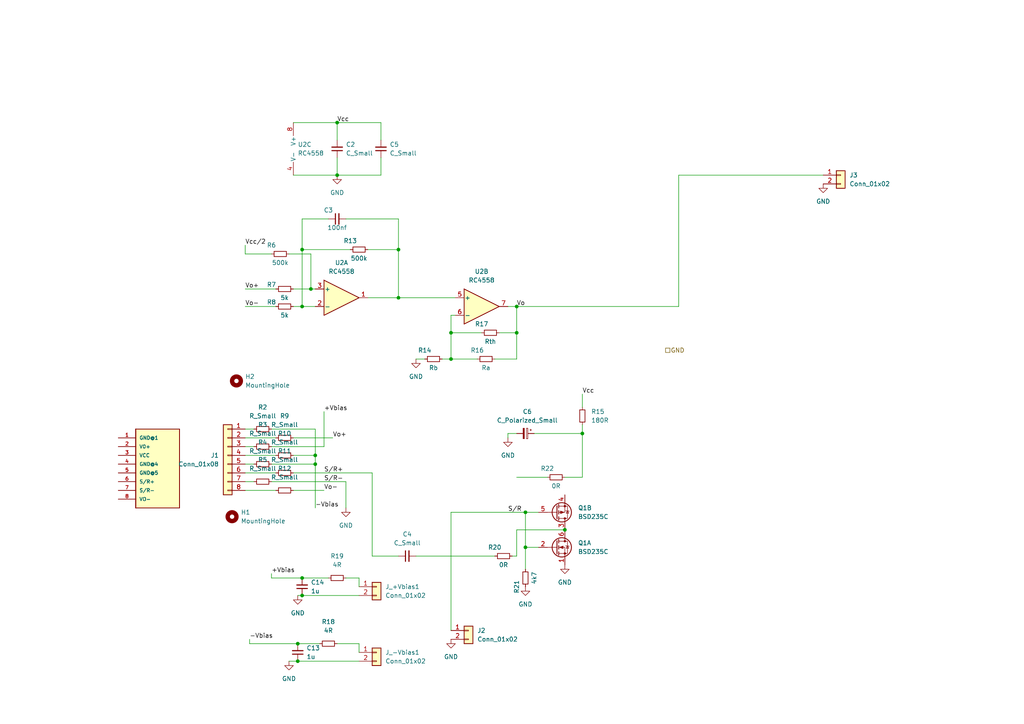
<source format=kicad_sch>
(kicad_sch (version 20211123) (generator eeschema)
  (paper "A4")
  (lib_symbols
    (symbol "Amplifier_Operational:RC4558" (pin_names (offset 0.127))
      (property "Reference" "U" (at 0 5.08 0))
      (property "Value" "RC4558" (at 0 -5.08 0))
      (symbol "RC4558_1_1"
        (polyline (pts (xy -5.08 5.08) (xy 5.08 0) (xy -5.08 -5.08) (xy -5.08 5.08)) (stroke (width 0.254)) (fill (type background)))
        (pin output line (at 7.62 0 180) (length 2.54) (name "~") (number "1"))
        (pin input line (at -7.62 -2.54 0) (length 2.54) (name "-") (number "2"))
        (pin input line (at -7.62 2.54 0) (length 2.54) (name "+") (number "3"))
      )
      (symbol "RC4558_2_1"
        (polyline (pts (xy -5.08 5.08) (xy 5.08 0) (xy -5.08 -5.08) (xy -5.08 5.08)) (stroke (width 0.254)) (fill (type background)))
        (pin input line (at -7.62 2.54 0) (length 2.54) (name "+") (number "5"))
        (pin input line (at -7.62 -2.54 0) (length 2.54) (name "-") (number "6"))
        (pin output line (at 7.62 0 180) (length 2.54) (name "~") (number "7"))
      )
      (symbol "RC4558_3_1"
        (pin power_in line (at -2.54 -7.62 90) (length 3.81) (name "V-") (number "4"))
        (pin power_in line (at -2.54 7.62 270) (length 3.81) (name "V+") (number "8"))
      )
    )
    (symbol "Connector_Generic:Conn_01x02" (pin_names (offset 1.016) hide)
      (property "Reference" "J" (at 0 2.54 0))
      (property "Value" "Conn_01x02" (at 0 -5.08 0))
      (symbol "Conn_01x02_1_1"
        (rectangle (start -1.27 -2.413) (end 0 -2.667) (stroke (width 0.1524)))
        (rectangle (start -1.27 0.127) (end 0 -0.127) (stroke (width 0.1524)))
        (rectangle (start -1.27 1.27) (end 1.27 -3.81) (stroke (width 0.254)) (fill (type background)))
        (pin passive line (at -5.08 0 0) (length 3.81) (name "Pin_1") (number "1"))
        (pin passive line (at -5.08 -2.54 0) (length 3.81) (name "Pin_2") (number "2"))
      )
    )
    (symbol "Connector_Generic:Conn_01x08" (pin_names (offset 1.016) hide)
      (property "Reference" "J" (at 0 10.16 0))
      (property "Value" "Conn_01x08" (at 0 -12.7 0))
      (symbol "Conn_01x08_1_1"
        (rectangle (start -1.27 -10.033) (end 0 -10.287) (stroke (width 0.1524)))
        (rectangle (start -1.27 -7.493) (end 0 -7.747) (stroke (width 0.1524)))
        (rectangle (start -1.27 -4.953) (end 0 -5.207) (stroke (width 0.1524)))
        (rectangle (start -1.27 -2.413) (end 0 -2.667) (stroke (width 0.1524)))
        (rectangle (start -1.27 0.127) (end 0 -0.127) (stroke (width 0.1524)))
        (rectangle (start -1.27 2.667) (end 0 2.413) (stroke (width 0.1524)))
        (rectangle (start -1.27 5.207) (end 0 4.953) (stroke (width 0.1524)))
        (rectangle (start -1.27 7.747) (end 0 7.493) (stroke (width 0.1524)))
        (rectangle (start -1.27 8.89) (end 1.27 -11.43) (stroke (width 0.254)) (fill (type background)))
        (pin passive line (at -5.08 7.62 0) (length 3.81) (name "Pin_1") (number "1"))
        (pin passive line (at -5.08 5.08 0) (length 3.81) (name "Pin_2") (number "2"))
        (pin passive line (at -5.08 2.54 0) (length 3.81) (name "Pin_3") (number "3"))
        (pin passive line (at -5.08 0 0) (length 3.81) (name "Pin_4") (number "4"))
        (pin passive line (at -5.08 -2.54 0) (length 3.81) (name "Pin_5") (number "5"))
        (pin passive line (at -5.08 -5.08 0) (length 3.81) (name "Pin_6") (number "6"))
        (pin passive line (at -5.08 -7.62 0) (length 3.81) (name "Pin_7") (number "7"))
        (pin passive line (at -5.08 -10.16 0) (length 3.81) (name "Pin_8") (number "8"))
      )
    )
    (symbol "Device:C_Polarized_Small" (pin_numbers hide) (pin_names (offset 0.254) hide)
      (property "Reference" "C" (at 0.254 1.778 0))
      (property "Value" "C_Polarized_Small" (at 0.254 -2.032 0))
      (symbol "C_Polarized_Small_0_1"
        (rectangle (start -1.524 -0.3048) (end 1.524 -0.6858) (fill (type outline)))
        (rectangle (start -1.524 0.6858) (end 1.524 0.3048))
        (polyline (pts (xy -1.27 1.524) (xy -0.762 1.524)))
        (polyline (pts (xy -1.016 1.27) (xy -1.016 1.778)))
      )
      (symbol "C_Polarized_Small_1_1"
        (pin passive line (at 0 2.54 270) (length 1.8542) (name "~") (number "1"))
        (pin passive line (at 0 -2.54 90) (length 1.8542) (name "~") (number "2"))
      )
    )
    (symbol "Device:C_Small" (pin_numbers hide) (pin_names (offset 0.254) hide)
      (property "Reference" "C" (at 0.254 1.778 0))
      (property "Value" "C_Small" (at 0.254 -2.032 0))
      (symbol "C_Small_0_1"
        (polyline (pts (xy -1.524 -0.508) (xy 1.524 -0.508)) (stroke (width 0.3302)))
        (polyline (pts (xy -1.524 0.508) (xy 1.524 0.508)) (stroke (width 0.3048)))
      )
      (symbol "C_Small_1_1"
        (pin passive line (at 0 2.54 270) (length 2.032) (name "~") (number "1"))
        (pin passive line (at 0 -2.54 90) (length 2.032) (name "~") (number "2"))
      )
    )
    (symbol "Device:R_Small" (pin_numbers hide) (pin_names (offset 0.254) hide)
      (property "Reference" "R" (at 0.762 0.508 0))
      (property "Value" "R_Small" (at 0.762 -1.016 0))
      (symbol "R_Small_0_1"
        (rectangle (start -0.762 1.778) (end 0.762 -1.778) (stroke (width 0.2032)))
      )
      (symbol "R_Small_1_1"
        (pin passive line (at 0 2.54 270) (length 0.762) (name "~") (number "1"))
        (pin passive line (at 0 -2.54 90) (length 0.762) (name "~") (number "2"))
      )
    )
    (symbol "Mechanical:MountingHole" (pin_names (offset 1.016))
      (property "Reference" "H" (at 0 5.08 0))
      (property "Value" "MountingHole" (at 0 3.175 0))
      (symbol "MountingHole_0_1"
        (circle (center 0 0) (radius 1.27) (stroke (width 1.27)))
      )
    )
    (symbol "MyLib:HMC1051Z" (pin_names (offset 1.016))
      (symbol "HMC1051Z_0_0"
        (rectangle (start 0 -7.62) (end 12.7 15.24) (stroke (width 0.254)) (fill (type background)))
        (polyline (pts (xy 0 15.24) (xy 0 -7.62)) (stroke (width 0.254)))
        (pin bidirectional line (at -5.08 12.7 0) (length 5.08) (name "GND@1") (number "1"))
        (pin bidirectional line (at -5.08 10.16 0) (length 5.08) (name "V0+") (number "2"))
        (pin bidirectional line (at -5.08 7.62 0) (length 5.08) (name "VCC") (number "3"))
        (pin bidirectional line (at -5.08 5.08 0) (length 5.08) (name "GND@4") (number "4"))
        (pin bidirectional line (at -5.08 2.54 0) (length 5.08) (name "GND@5") (number "5"))
        (pin bidirectional line (at -5.08 0 0) (length 5.08) (name "S/R+") (number "6"))
        (pin bidirectional line (at -5.08 -2.54 0) (length 5.08) (name "S/R-") (number "7"))
        (pin bidirectional line (at -5.08 -5.08 0) (length 5.08) (name "VO-") (number "8"))
      )
    )
    (symbol "Transistor_FET:BSD235C" (pin_names hide)
      (property "Reference" "Q" (at 5.08 2.54 0))
      (property "Value" "BSD235C" (at 5.08 0 0))
      (symbol "BSD235C_1_1"
        (polyline (pts (xy 0.254 -1.905) (xy 0.254 1.905)) (stroke (width 0.254)))
        (polyline (pts (xy 0.254 0) (xy -2.54 0)))
        (polyline (pts (xy 0.762 -2.286) (xy 0.762 -1.27)) (stroke (width 0.254)))
        (polyline (pts (xy 0.762 -0.508) (xy 0.762 0.508)) (stroke (width 0.254)))
        (polyline (pts (xy 0.762 1.27) (xy 0.762 2.286)) (stroke (width 0.254)))
        (polyline (pts (xy 2.54 1.905) (xy 2.54 2.54)))
        (polyline (pts (xy 2.54 -2.54) (xy 2.54 0) (xy 0.762 0)))
        (polyline (pts (xy 0.762 1.778) (xy 3.302 1.778) (xy 3.302 -1.778) (xy 0.762 -1.778)))
        (polyline (pts (xy 1.016 0) (xy 2.032 -0.381) (xy 2.032 0.381) (xy 1.016 0)) (fill (type outline)))
        (polyline (pts (xy 2.794 0.508) (xy 2.921 0.381) (xy 3.683 0.381) (xy 3.81 0.254)))
        (polyline (pts (xy 3.302 0.381) (xy 2.921 -0.254) (xy 3.683 -0.254) (xy 3.302 0.381)))
        (circle (center 1.651 0) (radius 2.794) (stroke (width 0.254)))
        (circle (center 2.54 -1.778) (radius 0.254) (fill (type outline)))
        (circle (center 2.54 1.778) (radius 0.254) (fill (type outline)))
        (pin passive line (at 2.54 -5.08 90) (length 2.54) (name "SN") (number "1"))
        (pin input line (at -5.08 0 0) (length 2.54) (name "GN") (number "2"))
        (pin passive line (at 2.54 5.08 270) (length 2.54) (name "DN") (number "6"))
      )
      (symbol "BSD235C_2_1"
        (polyline (pts (xy 0.254 0) (xy -2.54 0)))
        (polyline (pts (xy 0.254 1.905) (xy 0.254 -1.905)) (stroke (width 0.254)))
        (polyline (pts (xy 0.762 -1.27) (xy 0.762 -2.286)) (stroke (width 0.254)))
        (polyline (pts (xy 0.762 0.508) (xy 0.762 -0.508)) (stroke (width 0.254)))
        (polyline (pts (xy 0.762 2.286) (xy 0.762 1.27)) (stroke (width 0.254)))
        (polyline (pts (xy 2.54 -1.905) (xy 2.54 -2.54)))
        (polyline (pts (xy 2.54 2.54) (xy 2.54 0) (xy 0.762 0)))
        (polyline (pts (xy 0.762 -1.778) (xy 3.302 -1.778) (xy 3.302 1.778) (xy 0.762 1.778)))
        (polyline (pts (xy 2.286 0) (xy 1.27 -0.381) (xy 1.27 0.381) (xy 2.286 0)) (fill (type outline)))
        (polyline (pts (xy 2.794 0.508) (xy 2.921 0.381) (xy 3.683 0.381) (xy 3.81 0.254)))
        (polyline (pts (xy 3.302 0.381) (xy 2.921 -0.254) (xy 3.683 -0.254) (xy 3.302 0.381)))
        (circle (center 1.651 0) (radius 2.794) (stroke (width 0.254)))
        (circle (center 2.54 -1.778) (radius 0.254) (fill (type outline)))
        (circle (center 2.54 1.778) (radius 0.254) (fill (type outline)))
        (pin passive line (at 2.54 -5.08 90) (length 2.54) (name "DP") (number "3"))
        (pin passive line (at 2.54 5.08 270) (length 2.54) (name "SP") (number "4"))
        (pin input line (at -5.08 0 0) (length 2.54) (name "GP") (number "5"))
      )
    )
    (symbol "power:GND" (power) (pin_names (offset 0))
      (property "Value" "GND" (at 0 -3.81 0))
      (symbol "GND_0_1"
        (polyline (pts (xy 0 0) (xy 0 -1.27) (xy 1.27 -1.27) (xy 0 -2.54) (xy -1.27 -1.27) (xy 0 -1.27)))
      )
      (symbol "GND_1_1"
        (pin power_in line (at 0 0 270) (length 0) hide (name "GND") (number "1"))
      )
    )
  )
  (junction (at 97.79 50.8))
  (junction (at 90.17 83.82))
  (junction (at 130.81 104.14))
  (junction (at 130.81 96.52))
  (junction (at 97.79 35.56))
  (junction (at 91.44 134.62))
  (junction (at 152.4 158.75))
  (junction (at 163.83 153.67))
  (junction (at 87.63 72.39))
  (junction (at 87.63 88.9))
  (junction (at 87.63 172.72))
  (junction (at 86.36 191.77))
  (junction (at 86.36 186.69))
  (junction (at 87.63 167.64))
  (junction (at 115.57 86.36))
  (junction (at 91.44 132.08))
  (junction (at 149.86 88.9))
  (junction (at 149.86 96.52))
  (junction (at 168.91 125.73))
  (junction (at 152.4 148.59))
  (junction (at 115.57 72.39))
  (wire (pts (xy 71.12 139.7) (xy 73.66 139.7)))
  (wire (pts (xy 97.79 45.72) (xy 97.79 50.8)))
  (wire (pts (xy 110.49 45.72) (xy 110.49 50.8)))
  (wire (pts (xy 130.81 91.44) (xy 130.81 96.52)))
  (wire (pts (xy 120.65 104.14) (xy 123.19 104.14)))
  (wire (pts (xy 71.12 137.16) (xy 80.01 137.16)))
  (wire (pts (xy 149.86 161.29) (xy 149.86 153.67)))
  (wire (pts (xy 87.63 63.5) (xy 87.63 72.39)))
  (wire (pts (xy 147.32 125.73) (xy 147.32 127)))
  (wire (pts (xy 97.79 35.56) (xy 97.79 40.64)))
  (wire (pts (xy 86.36 186.69) (xy 92.71 186.69)))
  (wire (pts (xy 107.95 161.29) (xy 107.95 137.16)))
  (wire (pts (xy 130.81 96.52) (xy 130.81 104.14)))
  (wire (pts (xy 87.63 167.64) (xy 78.74 167.64)))
  (wire (pts (xy 91.44 132.08) (xy 91.44 124.46)))
  (wire (pts (xy 71.12 142.24) (xy 80.01 142.24)))
  (wire (pts (xy 71.12 88.9) (xy 80.01 88.9)))
  (wire (pts (xy 152.4 158.75) (xy 156.21 158.75)))
  (wire (pts (xy 87.63 172.72) (xy 104.14 172.72)))
  (wire (pts (xy 130.81 148.59) (xy 130.81 182.88)))
  (wire (pts (xy 149.86 153.67) (xy 163.83 153.67)))
  (wire (pts (xy 87.63 88.9) (xy 91.44 88.9)))
  (wire (pts (xy 71.12 124.46) (xy 73.66 124.46)))
  (wire (pts (xy 85.09 88.9) (xy 87.63 88.9)))
  (wire (pts (xy 168.91 138.43) (xy 168.91 125.73)))
  (wire (pts (xy 149.86 125.73) (xy 147.32 125.73)))
  (wire (pts (xy 196.85 50.8) (xy 196.85 88.9)))
  (wire (pts (xy 149.86 96.52) (xy 149.86 104.14)))
  (wire (pts (xy 115.57 72.39) (xy 106.68 72.39)))
  (wire (pts (xy 152.4 158.75) (xy 152.4 148.59)))
  (wire (pts (xy 85.09 132.08) (xy 91.44 132.08)))
  (wire (pts (xy 132.08 91.44) (xy 130.81 91.44)))
  (wire (pts (xy 86.36 186.69) (xy 72.39 186.69)))
  (wire (pts (xy 115.57 63.5) (xy 115.57 72.39)))
  (wire (pts (xy 128.27 104.14) (xy 130.81 104.14)))
  (wire (pts (xy 154.94 125.73) (xy 168.91 125.73)))
  (wire (pts (xy 90.17 73.66) (xy 90.17 83.82)))
  (wire (pts (xy 91.44 134.62) (xy 91.44 132.08)))
  (wire (pts (xy 149.86 88.9) (xy 147.32 88.9)))
  (wire (pts (xy 78.74 134.62) (xy 91.44 134.62)))
  (wire (pts (xy 78.74 167.64) (xy 78.74 166.37)))
  (wire (pts (xy 130.81 104.14) (xy 138.43 104.14)))
  (wire (pts (xy 115.57 161.29) (xy 107.95 161.29)))
  (wire (pts (xy 72.39 186.69) (xy 72.39 185.42)))
  (wire (pts (xy 149.86 104.14) (xy 143.51 104.14)))
  (wire (pts (xy 85.09 83.82) (xy 90.17 83.82)))
  (wire (pts (xy 91.44 147.32) (xy 91.44 134.62)))
  (wire (pts (xy 97.79 50.8) (xy 85.09 50.8)))
  (wire (pts (xy 100.33 147.32) (xy 100.33 139.7)))
  (wire (pts (xy 71.12 127) (xy 80.01 127)))
  (wire (pts (xy 144.78 96.52) (xy 149.86 96.52)))
  (wire (pts (xy 71.12 71.12) (xy 71.12 73.66)))
  (wire (pts (xy 100.33 63.5) (xy 115.57 63.5)))
  (wire (pts (xy 87.63 72.39) (xy 101.6 72.39)))
  (wire (pts (xy 71.12 83.82) (xy 80.01 83.82)))
  (wire (pts (xy 86.36 172.72) (xy 87.63 172.72)))
  (wire (pts (xy 104.14 186.69) (xy 104.14 189.23)))
  (wire (pts (xy 152.4 165.1) (xy 152.4 158.75)))
  (wire (pts (xy 100.33 167.64) (xy 104.14 167.64)))
  (wire (pts (xy 71.12 134.62) (xy 73.66 134.62)))
  (wire (pts (xy 110.49 35.56) (xy 110.49 40.64)))
  (wire (pts (xy 149.86 161.29) (xy 148.59 161.29)))
  (wire (pts (xy 71.12 129.54) (xy 73.66 129.54)))
  (wire (pts (xy 168.91 125.73) (xy 168.91 123.19)))
  (wire (pts (xy 85.09 35.56) (xy 97.79 35.56)))
  (wire (pts (xy 78.74 129.54) (xy 93.98 129.54)))
  (wire (pts (xy 71.12 132.08) (xy 80.01 132.08)))
  (wire (pts (xy 97.79 35.56) (xy 110.49 35.56)))
  (wire (pts (xy 130.81 96.52) (xy 139.7 96.52)))
  (wire (pts (xy 87.63 167.64) (xy 95.25 167.64)))
  (wire (pts (xy 86.36 191.77) (xy 104.14 191.77)))
  (wire (pts (xy 149.86 138.43) (xy 158.75 138.43)))
  (wire (pts (xy 85.09 127) (xy 96.52 127)))
  (wire (pts (xy 78.74 139.7) (xy 100.33 139.7)))
  (wire (pts (xy 115.57 86.36) (xy 132.08 86.36)))
  (wire (pts (xy 168.91 114.3) (xy 168.91 118.11)))
  (wire (pts (xy 97.79 186.69) (xy 104.14 186.69)))
  (wire (pts (xy 91.44 124.46) (xy 78.74 124.46)))
  (wire (pts (xy 90.17 83.82) (xy 91.44 83.82)))
  (wire (pts (xy 163.83 138.43) (xy 168.91 138.43)))
  (wire (pts (xy 110.49 50.8) (xy 97.79 50.8)))
  (wire (pts (xy 149.86 96.52) (xy 149.86 88.9)))
  (wire (pts (xy 104.14 167.64) (xy 104.14 170.18)))
  (wire (pts (xy 83.82 191.77) (xy 86.36 191.77)))
  (wire (pts (xy 196.85 88.9) (xy 149.86 88.9)))
  (wire (pts (xy 83.82 73.66) (xy 90.17 73.66)))
  (wire (pts (xy 115.57 86.36) (xy 115.57 72.39)))
  (wire (pts (xy 87.63 72.39) (xy 87.63 88.9)))
  (wire (pts (xy 143.51 161.29) (xy 120.65 161.29)))
  (wire (pts (xy 93.98 129.54) (xy 93.98 119.38)))
  (wire (pts (xy 85.09 142.24) (xy 93.98 142.24)))
  (wire (pts (xy 106.68 86.36) (xy 115.57 86.36)))
  (wire (pts (xy 238.76 50.8) (xy 196.85 50.8)))
  (wire (pts (xy 87.63 63.5) (xy 95.25 63.5)))
  (wire (pts (xy 130.81 148.59) (xy 152.4 148.59)))
  (wire (pts (xy 71.12 73.66) (xy 78.74 73.66)))
  (wire (pts (xy 152.4 148.59) (xy 156.21 148.59)))
  (wire (pts (xy 85.09 137.16) (xy 107.95 137.16)))
  (label "Vo" (at 149.86 88.9 0))
  (label "S{slash}R" (at 147.32 148.59 0))
  (label "Vo+" (at 71.12 83.82 0))
  (label "-Vbias" (at 91.44 147.32 0))
  (label "-Vbias" (at 72.39 185.42 0))
  (label "S{slash}R+" (at 93.98 137.16 0))
  (label "+Vbias" (at 78.74 166.37 0))
  (label "Vcc" (at 97.79 35.56 0))
  (label "Vo+" (at 96.52 127 0))
  (label "+Vbias" (at 93.98 119.38 0))
  (label "Vo-" (at 71.12 88.9 0))
  (label "Vo-" (at 93.98 142.24 0))
  (label "Vcc{slash}2" (at 71.12 71.12 0))
  (label "Vcc" (at 168.91 114.3 0))
  (label "S{slash}R-" (at 93.98 139.7 0))
  (hierarchical_label "GND" (shape passive) (at 193.04 101.6 0))
  (symbol (lib_id "Mechanical:MountingHole") (at 68.58 110.49 0) (unit 1)
    (property "Reference" "H2" (at 71.12 109.2199 0) (effects (justify left)))
    (property "Value" "MountingHole" (at 71.12 111.7599 0) (effects (justify left)))
    (property "Footprint" "MountingHole:MountingHole_3.2mm_M3" (effects hide))
  )
  (symbol (lib_id "Device:R_Small") (at 82.55 127 90) (unit 1)
    (property "Reference" "R9" (at 82.55 120.65 90))
    (property "Value" "R_Small" (at 82.55 123.19 90))
    (property "Footprint" "Resistor_SMD:R_0805_2012Metric_Pad1.20x1.40mm_HandSolder" (effects hide))
  )
  (symbol (lib_id "Device:C_Small") (at 97.79 43.18 180) (unit 1)
    (property "Reference" "C2" (at 100.33 41.9035 0) (effects (justify right)))
    (property "Value" "C_Small" (at 100.33 44.4435 0) (effects (justify right)))
    (property "Footprint" "Capacitor_SMD:C_0805_2012Metric_Pad1.18x1.45mm_HandSolder" (effects hide))
  )
  (symbol (lib_id "Amplifier_Operational:RC4558") (at 99.06 86.36 0) (unit 1)
    (property "Reference" "U2" (at 99.06 76.2 0))
    (property "Value" "RC4558" (at 99.06 78.74 0))
    (property "Footprint" "Package_SO:SOIC-8_3.9x4.9mm_P1.27mm" (effects hide))
    (property "Datasheet" "http://www.ti.com/lit/ds/symlink/rc4558.pdf" (effects hide))
  )
  (symbol (lib_id "Device:R_Small") (at 97.79 167.64 90) (unit 1)
    (property "Reference" "R19" (at 97.79 161.29 90))
    (property "Value" "4R" (at 97.79 163.83 90))
    (property "Footprint" "Resistor_SMD:R_0805_2012Metric_Pad1.20x1.40mm_HandSolder" (effects hide))
  )
  (symbol (lib_id "Device:R_Small") (at 76.2 139.7 90) (unit 1)
    (property "Reference" "R5" (at 76.2 133.35 90))
    (property "Value" "R_Small" (at 76.2 135.89 90))
    (property "Footprint" "Resistor_SMD:R_0805_2012Metric_Pad1.20x1.40mm_HandSolder" (effects hide))
  )
  (symbol (lib_id "power:GND") (at 83.82 191.77 0) (unit 1)
    (property "Reference" "#PWR0104" (effects hide))
    (property "Value" "GND" (at 83.82 196.85 0))
  )
  (symbol (lib_id "Mechanical:MountingHole") (at 67.31 149.86 0) (unit 1)
    (property "Reference" "H1" (at 69.85 148.5899 0) (effects (justify left)))
    (property "Value" "MountingHole" (at 69.85 151.1299 0) (effects (justify left)))
    (property "Footprint" "MountingHole:MountingHole_3.2mm_M3" (effects hide))
  )
  (symbol (lib_id "Device:R_Small") (at 125.73 104.14 90) (unit 1)
    (property "Reference" "R14" (at 123.19 101.6 90))
    (property "Value" "Rb" (at 125.73 106.68 90))
    (property "Footprint" "Resistor_SMD:R_0805_2012Metric_Pad1.20x1.40mm_HandSolder" (effects hide))
  )
  (symbol (lib_id "Connector_Generic:Conn_01x08") (at 66.04 132.08 0) (mirror y) (unit 1)
    (property "Reference" "J1" (at 63.5 132.0799 0) (effects (justify left)))
    (property "Value" "Conn_01x08" (at 63.5 134.6199 0) (effects (justify left)))
    (property "Footprint" "Connector_PinSocket_1.27mm:PinSocket_1x08_P1.27mm_Vertical" (effects hide))
  )
  (symbol (lib_id "Device:R_Small") (at 76.2 124.46 90) (unit 1)
    (property "Reference" "R2" (at 76.2 118.11 90))
    (property "Value" "R_Small" (at 76.2 120.65 90))
    (property "Footprint" "Resistor_SMD:R_0805_2012Metric_Pad1.20x1.40mm_HandSolder" (effects hide))
  )
  (symbol (lib_id "Device:C_Small") (at 110.49 43.18 180) (unit 1)
    (property "Reference" "C5" (at 113.03 41.9035 0) (effects (justify right)))
    (property "Value" "C_Small" (at 113.03 44.4435 0) (effects (justify right)))
    (property "Footprint" "Capacitor_SMD:C_0805_2012Metric_Pad1.18x1.45mm_HandSolder" (effects hide))
  )
  (symbol (lib_id "Device:R_Small") (at 152.4 167.64 180) (unit 1)
    (property "Reference" "R21" (at 149.86 170.18 90))
    (property "Value" "4k7" (at 154.94 167.64 90))
    (property "Footprint" "Resistor_SMD:R_0805_2012Metric_Pad1.20x1.40mm_HandSolder" (effects hide))
  )
  (symbol (lib_id "power:GND") (at 152.4 170.18 0) (unit 1)
    (property "Reference" "#PWR0101" (effects hide))
    (property "Value" "GND" (at 152.4 175.26 0))
  )
  (symbol (lib_id "power:GND") (at 97.79 50.8 0) (unit 1)
    (property "Reference" "#PWR02" (effects hide))
    (property "Value" "GND" (at 97.79 55.88 0))
  )
  (symbol (lib_id "Device:R_Small") (at 146.05 161.29 90) (unit 1)
    (property "Reference" "R20" (at 143.51 158.75 90))
    (property "Value" "0R" (at 146.05 163.83 90))
    (property "Footprint" "Resistor_SMD:R_0805_2012Metric_Pad1.20x1.40mm_HandSolder" (effects hide))
  )
  (symbol (lib_id "Device:C_Small") (at 97.79 63.5 90) (unit 1)
    (property "Reference" "C3" (at 95.25 60.96 90))
    (property "Value" "100nf" (at 97.79 66.04 90))
    (property "Footprint" "Capacitor_SMD:C_0805_2012Metric_Pad1.18x1.45mm_HandSolder" (effects hide))
  )
  (symbol (lib_id "MyLib:HMC1051Z") (at 39.37 139.7 0) (unit 1) (in_bom no) (on_board no)
    (property "Reference" "U1" (effects hide))
    (property "Value" "HMC1051Z" (effects hide))
    (property "Footprint" "MyLib:HMC1051Z3" (effects hide))
  )
  (symbol (lib_id "Device:R_Small") (at 82.55 83.82 90) (unit 1)
    (property "Reference" "R7" (at 78.74 82.55 90))
    (property "Value" "5k" (at 82.55 86.36 90))
    (property "Footprint" "Resistor_SMD:R_0805_2012Metric_Pad1.20x1.40mm_HandSolder" (effects hide))
  )
  (symbol (lib_id "Device:C_Small") (at 87.63 170.18 180) (unit 1)
    (property "Reference" "C14" (at 90.17 168.9035 0) (effects (justify right)))
    (property "Value" "1u" (at 90.17 171.4435 0) (effects (justify right)))
    (property "Footprint" "Capacitor_SMD:C_0805_2012Metric_Pad1.18x1.45mm_HandSolder" (effects hide))
  )
  (symbol (lib_id "Device:C_Small") (at 86.36 189.23 180) (unit 1)
    (property "Reference" "C13" (at 88.9 187.9535 0) (effects (justify right)))
    (property "Value" "1u" (at 88.9 190.4935 0) (effects (justify right)))
    (property "Footprint" "Capacitor_SMD:C_0805_2012Metric_Pad1.18x1.45mm_HandSolder" (effects hide))
  )
  (symbol (lib_id "Connector_Generic:Conn_01x02") (at 109.22 189.23 0) (unit 1)
    (property "Reference" "J_-Vbias1" (at 111.76 189.2299 0) (effects (justify left)))
    (property "Value" "Conn_01x02" (at 111.76 191.7699 0) (effects (justify left)))
    (property "Footprint" "Connector_Coaxial:SMA_Amphenol_132289_EdgeMount" (effects hide))
  )
  (symbol (lib_id "Device:R_Small") (at 82.55 132.08 90) (unit 1)
    (property "Reference" "R10" (at 82.55 125.73 90))
    (property "Value" "R_Small" (at 82.55 128.27 90))
    (property "Footprint" "Resistor_SMD:R_0805_2012Metric_Pad1.20x1.40mm_HandSolder" (effects hide))
  )
  (symbol (lib_id "Amplifier_Operational:RC4558") (at 139.7 88.9 0) (unit 2)
    (property "Reference" "U2" (at 139.7 78.74 0))
    (property "Value" "RC4558" (at 139.7 81.28 0))
    (property "Footprint" "Package_SO:SOIC-8_3.9x4.9mm_P1.27mm" (effects hide))
    (property "Datasheet" "http://www.ti.com/lit/ds/symlink/rc4558.pdf" (effects hide))
  )
  (symbol (lib_id "Device:R_Small") (at 81.28 73.66 90) (unit 1)
    (property "Reference" "R6" (at 78.74 71.12 90))
    (property "Value" "500k" (at 81.28 76.2 90))
    (property "Footprint" "Resistor_SMD:R_0805_2012Metric_Pad1.20x1.40mm_HandSolder" (effects hide))
  )
  (symbol (lib_id "power:GND") (at 238.76 53.34 0) (unit 1)
    (property "Reference" "#PWR06" (effects hide))
    (property "Value" "GND" (at 238.76 58.42 0))
  )
  (symbol (lib_id "Device:R_Small") (at 82.55 137.16 90) (unit 1)
    (property "Reference" "R11" (at 82.55 130.81 90))
    (property "Value" "R_Small" (at 82.55 133.35 90))
    (property "Footprint" "Resistor_SMD:R_0805_2012Metric_Pad1.20x1.40mm_HandSolder" (effects hide))
  )
  (symbol (lib_id "Device:R_Small") (at 76.2 134.62 90) (unit 1)
    (property "Reference" "R4" (at 76.2 128.27 90))
    (property "Value" "R_Small" (at 76.2 130.81 90))
    (property "Footprint" "Resistor_SMD:R_0805_2012Metric_Pad1.20x1.40mm_HandSolder" (effects hide))
  )
  (symbol (lib_id "Connector_Generic:Conn_01x02") (at 135.89 182.88 0) (unit 1)
    (property "Reference" "J2" (at 138.43 182.8799 0) (effects (justify left)))
    (property "Value" "Conn_01x02" (at 138.43 185.4199 0) (effects (justify left)))
    (property "Footprint" "Connector_Coaxial:SMA_Amphenol_132289_EdgeMount" (effects hide))
  )
  (symbol (lib_id "Device:R_Small") (at 168.91 120.65 0) (unit 1)
    (property "Reference" "R15" (at 171.45 119.3799 0) (effects (justify left)))
    (property "Value" "180R" (at 171.45 121.9199 0) (effects (justify left)))
    (property "Footprint" "Resistor_SMD:R_0805_2012Metric_Pad1.20x1.40mm_HandSolder" (effects hide))
  )
  (symbol (lib_id "power:GND") (at 86.36 172.72 0) (unit 1)
    (property "Reference" "#PWR0105" (effects hide))
    (property "Value" "GND" (at 86.36 177.8 0))
  )
  (symbol (lib_id "Amplifier_Operational:RC4558") (at 87.63 43.18 0) (unit 3)
    (property "Reference" "U2" (at 86.36 41.9099 0) (effects (justify left)))
    (property "Value" "RC4558" (at 86.36 44.4499 0) (effects (justify left)))
    (property "Footprint" "Package_SO:SOIC-8_3.9x4.9mm_P1.27mm" (effects hide))
    (property "Datasheet" "http://www.ti.com/lit/ds/symlink/rc4558.pdf" (effects hide))
  )
  (symbol (lib_id "power:GND") (at 100.33 147.32 0) (unit 1)
    (property "Reference" "#PWR0103" (effects hide))
    (property "Value" "GND" (at 100.33 152.4 0))
  )
  (symbol (lib_id "Connector_Generic:Conn_01x02") (at 109.22 170.18 0) (unit 1)
    (property "Reference" "J_+Vbias1" (at 111.76 170.1799 0) (effects (justify left)))
    (property "Value" "Conn_01x02" (at 111.76 172.7199 0) (effects (justify left)))
    (property "Footprint" "Connector_Coaxial:SMA_Amphenol_132289_EdgeMount" (effects hide))
  )
  (symbol (lib_id "power:GND") (at 147.32 127 0) (unit 1)
    (property "Reference" "#PWR03" (effects hide))
    (property "Value" "GND" (at 147.32 132.08 0))
  )
  (symbol (lib_id "power:GND") (at 130.81 185.42 0) (unit 1)
    (property "Reference" "#PWR05" (effects hide))
    (property "Value" "GND" (at 130.81 190.5 0))
  )
  (symbol (lib_id "power:GND") (at 163.83 163.83 0) (unit 1)
    (property "Reference" "#PWR0102" (effects hide))
    (property "Value" "GND" (at 163.83 168.91 0))
  )
  (symbol (lib_id "Transistor_FET:BSD235C") (at 161.29 158.75 0) (unit 1)
    (property "Reference" "Q1" (at 167.64 157.4799 0) (effects (justify left)))
    (property "Value" "BSD235C" (at 167.64 160.0199 0) (effects (justify left)))
    (property "Footprint" "Package_TO_SOT_SMD:SOT-563" (effects hide))
    (property "Datasheet" "https://www.infineon.com/dgdl/Infineon-BSD235C-DS-v02_04-EN.pdf?fileId=db3a30433580b371013585a2d0d53326" (effects hide))
  )
  (symbol (lib_id "Device:R_Small") (at 82.55 88.9 90) (unit 1)
    (property "Reference" "R8" (at 78.74 87.63 90))
    (property "Value" "5k" (at 82.55 91.44 90))
    (property "Footprint" "Resistor_SMD:R_0805_2012Metric_Pad1.20x1.40mm_HandSolder" (effects hide))
  )
  (symbol (lib_id "Device:R_Small") (at 76.2 129.54 90) (unit 1)
    (property "Reference" "R3" (at 76.2 123.19 90))
    (property "Value" "R_Small" (at 76.2 125.73 90))
    (property "Footprint" "Resistor_SMD:R_0805_2012Metric_Pad1.20x1.40mm_HandSolder" (effects hide))
  )
  (symbol (lib_id "Transistor_FET:BSD235C") (at 161.29 148.59 0) (unit 2)
    (property "Reference" "Q1" (at 167.64 147.3199 0) (effects (justify left)))
    (property "Value" "BSD235C" (at 167.64 149.8599 0) (effects (justify left)))
    (property "Footprint" "Package_TO_SOT_SMD:SOT-563" (effects hide))
    (property "Datasheet" "https://www.infineon.com/dgdl/Infineon-BSD235C-DS-v02_04-EN.pdf?fileId=db3a30433580b371013585a2d0d53326" (effects hide))
  )
  (symbol (lib_id "Device:R_Small") (at 161.29 138.43 90) (unit 1)
    (property "Reference" "R22" (at 158.75 135.89 90))
    (property "Value" "0R" (at 161.29 140.97 90))
    (property "Footprint" "Resistor_SMD:R_0805_2012Metric_Pad1.20x1.40mm_HandSolder" (effects hide))
  )
  (symbol (lib_id "Device:R_Small") (at 82.55 142.24 90) (unit 1)
    (property "Reference" "R12" (at 82.55 135.89 90))
    (property "Value" "R_Small" (at 82.55 138.43 90))
    (property "Footprint" "Resistor_SMD:R_0805_2012Metric_Pad1.20x1.40mm_HandSolder" (effects hide))
  )
  (symbol (lib_id "Device:R_Small") (at 95.25 186.69 90) (unit 1)
    (property "Reference" "R18" (at 95.25 180.34 90))
    (property "Value" "4R" (at 95.25 182.88 90))
    (property "Footprint" "Resistor_SMD:R_0805_2012Metric_Pad1.20x1.40mm_HandSolder" (effects hide))
  )
  (symbol (lib_id "Device:R_Small") (at 104.14 72.39 90) (unit 1)
    (property "Reference" "R13" (at 101.6 69.85 90))
    (property "Value" "500k" (at 104.14 74.93 90))
    (property "Footprint" "Resistor_SMD:R_0805_2012Metric_Pad1.20x1.40mm_HandSolder" (effects hide))
  )
  (symbol (lib_id "Device:C_Polarized_Small") (at 152.4 125.73 270) (unit 1)
    (property "Reference" "C6" (at 152.9461 119.38 90))
    (property "Value" "C_Polarized_Small" (at 152.9461 121.92 90))
    (property "Footprint" "Capacitor_Tantalum_SMD:CP_EIA-7343-31_Kemet-D_Pad2.25x2.55mm_HandSolder" (effects hide))
  )
  (symbol (lib_id "Device:C_Small") (at 118.11 161.29 90) (unit 1)
    (property "Reference" "C4" (at 118.1163 154.94 90))
    (property "Value" "C_Small" (at 118.1163 157.48 90))
    (property "Footprint" "Capacitor_SMD:C_0805_2012Metric_Pad1.18x1.45mm_HandSolder" (effects hide))
  )
  (symbol (lib_id "power:GND") (at 120.65 104.14 0) (unit 1)
    (property "Reference" "#PWR04" (effects hide))
    (property "Value" "GND" (at 120.65 109.22 0))
  )
  (symbol (lib_id "Device:R_Small") (at 142.24 96.52 90) (unit 1)
    (property "Reference" "R17" (at 139.7 93.98 90))
    (property "Value" "Rth" (at 142.24 99.06 90))
    (property "Footprint" "Resistor_SMD:R_0805_2012Metric_Pad1.20x1.40mm_HandSolder" (effects hide))
  )
  (symbol (lib_id "Connector_Generic:Conn_01x02") (at 243.84 50.8 0) (unit 1)
    (property "Reference" "J3" (at 246.38 50.7999 0) (effects (justify left)))
    (property "Value" "Conn_01x02" (at 246.38 53.3399 0) (effects (justify left)))
    (property "Footprint" "Connector_Coaxial:SMA_Amphenol_132289_EdgeMount" (effects hide))
  )
  (symbol (lib_id "Device:R_Small") (at 140.97 104.14 90) (unit 1)
    (property "Reference" "R16" (at 138.43 101.6 90))
    (property "Value" "Ra" (at 140.97 106.68 90))
    (property "Footprint" "Resistor_SMD:R_0805_2012Metric_Pad1.20x1.40mm_HandSolder" (effects hide))
  )
)
</source>
